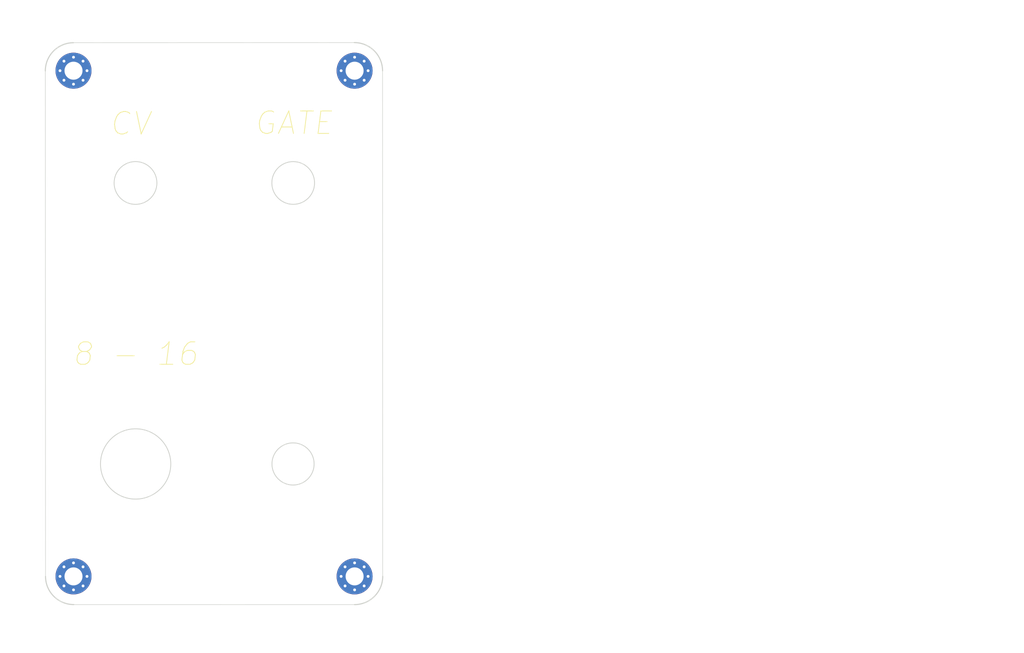
<source format=kicad_pcb>
(kicad_pcb (version 20221018) (generator pcbnew)
  (layers (0 "F.Cu" signal) (1 "In1.Cu" power) (2 "In2.Cu" power) (31 "B.Cu" signal) (34 "B.Paste" user) (35 "F.Paste" user) (36 "B.SilkS" user "B.Silkscreen") (37 "F.SilkS" user "F.Silkscreen") (38 "B.Mask" user) (39 "F.Mask" user) (44 "Edge.Cuts" user))
  (property "num" "hola")
  (net 0 "")
  (footprint "MountingHole:MountingHole_3.2mm_M3_Pad_Via" (layer "F.Cu") (at 508 209.45)
    (fp_text reference "H108" hide)
    (fp_text value "MountingHole")
    (pad "1" thru_hole circle (at -2.4 0) (size 0.8 0.8) (drill 0.5) (layers "*.Cu" "*.Mask"))
    (pad "1" thru_hole circle (at -1.697056 -1.697056) (size 0.8 0.8) (drill 0.5) (layers "*.Cu" "*.Mask"))
    (pad "1" thru_hole circle (at -1.697056 1.697056) (size 0.8 0.8) (drill 0.5) (layers "*.Cu" "*.Mask"))
    (pad "1" thru_hole circle (at 0 -2.4) (size 0.8 0.8) (drill 0.5) (layers "*.Cu" "*.Mask"))
    (pad "1" thru_hole circle (at 0 0) (size 6.4 6.4) (drill 3.2) (layers "*.Cu" "*.Mask"))
    (pad "1" thru_hole circle (at 0 2.4) (size 0.8 0.8) (drill 0.5) (layers "*.Cu" "*.Mask"))
    (pad "1" thru_hole circle (at 1.697056 -1.697056) (size 0.8 0.8) (drill 0.5) (layers "*.Cu" "*.Mask"))
    (pad "1" thru_hole circle (at 1.697056 1.697056) (size 0.8 0.8) (drill 0.5) (layers "*.Cu" "*.Mask"))
    (pad "1" thru_hole circle (at 2.4 0) (size 0.8 0.8) (drill 0.5) (layers "*.Cu" "*.Mask"))
  )
  (footprint "MountingHole:MountingHole_3.2mm_M3_Pad_Via" (layer "F.Cu") (at 558 119.5)
    (fp_text reference "H108" hide)
    (fp_text value "MountingHole")
    (pad "1" thru_hole circle (at -2.4 0) (size 0.8 0.8) (drill 0.5) (layers "*.Cu" "*.Mask"))
    (pad "1" thru_hole circle (at -1.697056 -1.697056) (size 0.8 0.8) (drill 0.5) (layers "*.Cu" "*.Mask"))
    (pad "1" thru_hole circle (at -1.697056 1.697056) (size 0.8 0.8) (drill 0.5) (layers "*.Cu" "*.Mask"))
    (pad "1" thru_hole circle (at 0 -2.4) (size 0.8 0.8) (drill 0.5) (layers "*.Cu" "*.Mask"))
    (pad "1" thru_hole circle (at 0 0) (size 6.4 6.4) (drill 3.2) (layers "*.Cu" "*.Mask"))
    (pad "1" thru_hole circle (at 0 2.4) (size 0.8 0.8) (drill 0.5) (layers "*.Cu" "*.Mask"))
    (pad "1" thru_hole circle (at 1.697056 -1.697056) (size 0.8 0.8) (drill 0.5) (layers "*.Cu" "*.Mask"))
    (pad "1" thru_hole circle (at 1.697056 1.697056) (size 0.8 0.8) (drill 0.5) (layers "*.Cu" "*.Mask"))
    (pad "1" thru_hole circle (at 2.4 0) (size 0.8 0.8) (drill 0.5) (layers "*.Cu" "*.Mask"))
  )
  (footprint "MountingHole:MountingHole_3.2mm_M3_Pad_Via" (layer "F.Cu") (at 508 119.5)
    (fp_text reference "H108" hide)
    (fp_text value "MountingHole")
    (pad "1" thru_hole circle (at -2.4 0) (size 0.8 0.8) (drill 0.5) (layers "*.Cu" "*.Mask"))
    (pad "1" thru_hole circle (at -1.697056 -1.697056) (size 0.8 0.8) (drill 0.5) (layers "*.Cu" "*.Mask"))
    (pad "1" thru_hole circle (at -1.697056 1.697056) (size 0.8 0.8) (drill 0.5) (layers "*.Cu" "*.Mask"))
    (pad "1" thru_hole circle (at 0 -2.4) (size 0.8 0.8) (drill 0.5) (layers "*.Cu" "*.Mask"))
    (pad "1" thru_hole circle (at 0 0) (size 6.4 6.4) (drill 3.2) (layers "*.Cu" "*.Mask"))
    (pad "1" thru_hole circle (at 0 2.4) (size 0.8 0.8) (drill 0.5) (layers "*.Cu" "*.Mask"))
    (pad "1" thru_hole circle (at 1.697056 -1.697056) (size 0.8 0.8) (drill 0.5) (layers "*.Cu" "*.Mask"))
    (pad "1" thru_hole circle (at 1.697056 1.697056) (size 0.8 0.8) (drill 0.5) (layers "*.Cu" "*.Mask"))
    (pad "1" thru_hole circle (at 2.4 0) (size 0.8 0.8) (drill 0.5) (layers "*.Cu" "*.Mask"))
  )
  (footprint "MountingHole:MountingHole_3.2mm_M3_Pad_Via" (layer "F.Cu") (at 558 209.45)
    (fp_text reference "H108" hide)
    (fp_text value "MountingHole")
    (pad "1" thru_hole circle (at -2.4 0) (size 0.8 0.8) (drill 0.5) (layers "*.Cu" "*.Mask"))
    (pad "1" thru_hole circle (at -1.697056 -1.697056) (size 0.8 0.8) (drill 0.5) (layers "*.Cu" "*.Mask"))
    (pad "1" thru_hole circle (at -1.697056 1.697056) (size 0.8 0.8) (drill 0.5) (layers "*.Cu" "*.Mask"))
    (pad "1" thru_hole circle (at 0 -2.4) (size 0.8 0.8) (drill 0.5) (layers "*.Cu" "*.Mask"))
    (pad "1" thru_hole circle (at 0 0) (size 6.4 6.4) (drill 3.2) (layers "*.Cu" "*.Mask"))
    (pad "1" thru_hole circle (at 0 2.4) (size 0.8 0.8) (drill 0.5) (layers "*.Cu" "*.Mask"))
    (pad "1" thru_hole circle (at 1.697056 -1.697056) (size 0.8 0.8) (drill 0.5) (layers "*.Cu" "*.Mask"))
    (pad "1" thru_hole circle (at 1.697056 1.697056) (size 0.8 0.8) (drill 0.5) (layers "*.Cu" "*.Mask"))
    (pad "1" thru_hole circle (at 2.4 0) (size 0.8 0.8) (drill 0.5) (layers "*.Cu" "*.Mask"))
  )
  (gr_circle (center 547.078128 139.470311) (end 550.878128 139.470311) (stroke (width 0.15)) (fill none) (layer "Edge.Cuts"))
  (gr_arc (start 563 209.45) (mid 561.537226 212.993769) (end 557.999693 214.471627) (stroke (width 0.2)) (layer "Edge.Cuts"))
  (gr_circle (center 519.05 189.45) (end 525.3014 189.45) (stroke (width 0.15)) (fill none) (layer "Edge.Cuts"))
  (gr_arc (start 557.95 114.5) (mid 561.493775 115.962797) (end 562.971627 119.500307) (stroke (width 0.2)) (layer "Edge.Cuts"))
  (gr_line (start 507.987529 114.522157) (end 557.95 114.5) (stroke (width 0.1)) (layer "Edge.Cuts"))
  (gr_arc (start 502.987222 119.543784) (mid 504.449997 115.999997) (end 507.987529 114.522157) (stroke (width 0.2)) (layer "Edge.Cuts"))
  (gr_arc (start 508.043785 214.462778) (mid 504.500027 212.999974) (end 503.022158 209.462471) (stroke (width 0.2)) (layer "Edge.Cuts"))
  (gr_circle (center 519.028128 139.470311) (end 522.833388 139.470311) (stroke (width 0.15)) (fill none) (layer "Edge.Cuts"))
  (gr_line (start 557.999693 214.471627) (end 508.043785 214.462778) (stroke (width 0.1)) (layer "Edge.Cuts"))
  (gr_line (start 563 209.45) (end 562.971627 119.500307) (stroke (width 0.1)) (layer "Edge.Cuts"))
  (gr_line (start 502.987222 119.543784) (end 503.022158 209.462471) (stroke (width 0.1)) (layer "Edge.Cuts"))
  (gr_circle (center 547.05 189.45) (end 550.8 189.45) (stroke (width 0.15)) (fill none) (layer "Edge.Cuts"))
  (gr_text "CV" (at 514.25 131.25) (layer "F.SilkS") (effects (font (size 4 4) (thickness 0.15) italic) (justify left bottom)))
  (gr_text "GATE" (at 540 131.15) (layer "F.SilkS") (effects (font (size 4 4) (thickness 0.15) italic) (justify left bottom)))
  (gr_text "8 - 16\n" (at 507.678128 172.220311) (layer "F.SilkS") (effects (font (size 4 4) (thickness 0.15) italic) (justify left bottom)))
)
</source>
